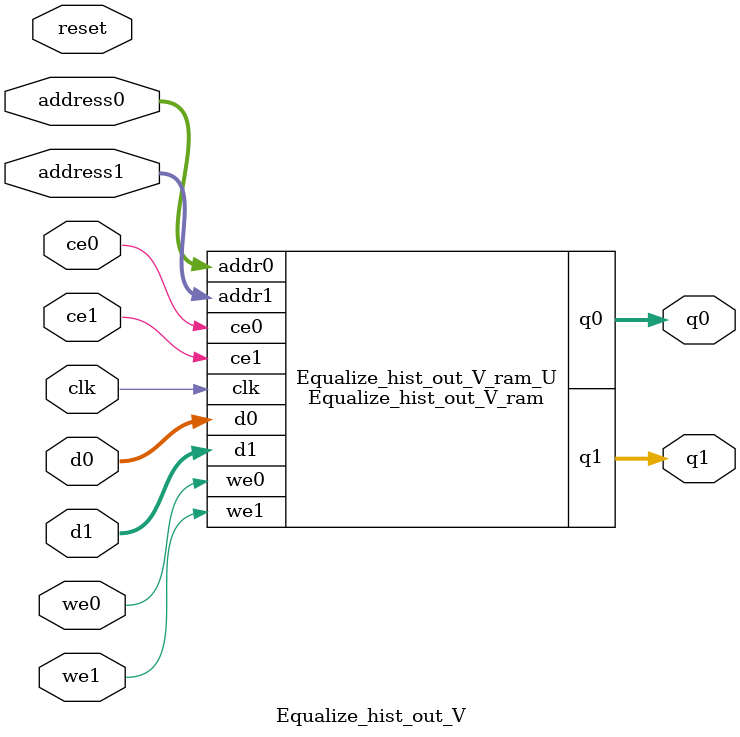
<source format=v>
`timescale 1 ns / 1 ps
module Equalize_hist_out_V_ram (addr0, ce0, d0, we0, q0, addr1, ce1, d1, we1, q1,  clk);

parameter DWIDTH = 21;
parameter AWIDTH = 8;
parameter MEM_SIZE = 256;

input[AWIDTH-1:0] addr0;
input ce0;
input[DWIDTH-1:0] d0;
input we0;
output reg[DWIDTH-1:0] q0;
input[AWIDTH-1:0] addr1;
input ce1;
input[DWIDTH-1:0] d1;
input we1;
output reg[DWIDTH-1:0] q1;
input clk;

(* ram_style = "block" *)reg [DWIDTH-1:0] ram[0:MEM_SIZE-1];




always @(posedge clk)  
begin 
    if (ce0) 
    begin
        if (we0) 
        begin 
            ram[addr0] <= d0; 
        end 
        q0 <= ram[addr0];
    end
end


always @(posedge clk)  
begin 
    if (ce1) 
    begin
        if (we1) 
        begin 
            ram[addr1] <= d1; 
        end 
        q1 <= ram[addr1];
    end
end


endmodule

`timescale 1 ns / 1 ps
module Equalize_hist_out_V(
    reset,
    clk,
    address0,
    ce0,
    we0,
    d0,
    q0,
    address1,
    ce1,
    we1,
    d1,
    q1);

parameter DataWidth = 32'd21;
parameter AddressRange = 32'd256;
parameter AddressWidth = 32'd8;
input reset;
input clk;
input[AddressWidth - 1:0] address0;
input ce0;
input we0;
input[DataWidth - 1:0] d0;
output[DataWidth - 1:0] q0;
input[AddressWidth - 1:0] address1;
input ce1;
input we1;
input[DataWidth - 1:0] d1;
output[DataWidth - 1:0] q1;



Equalize_hist_out_V_ram Equalize_hist_out_V_ram_U(
    .clk( clk ),
    .addr0( address0 ),
    .ce0( ce0 ),
    .we0( we0 ),
    .d0( d0 ),
    .q0( q0 ),
    .addr1( address1 ),
    .ce1( ce1 ),
    .we1( we1 ),
    .d1( d1 ),
    .q1( q1 ));

endmodule


</source>
